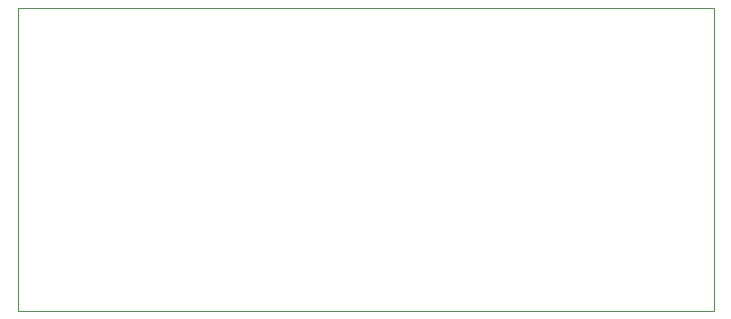
<source format=gm1>
%TF.GenerationSoftware,KiCad,Pcbnew,9.0.3*%
%TF.CreationDate,2025-09-07T06:19:25+02:00*%
%TF.ProjectId,LoTiBloxy,4c6f5469-426c-46f7-9879-2e6b69636164,rev?*%
%TF.SameCoordinates,Original*%
%TF.FileFunction,Profile,NP*%
%FSLAX46Y46*%
G04 Gerber Fmt 4.6, Leading zero omitted, Abs format (unit mm)*
G04 Created by KiCad (PCBNEW 9.0.3) date 2025-09-07 06:19:25*
%MOMM*%
%LPD*%
G01*
G04 APERTURE LIST*
%TA.AperFunction,Profile*%
%ADD10C,0.050000*%
%TD*%
G04 APERTURE END LIST*
D10*
X79502000Y-82550000D02*
X138430000Y-82550000D01*
X138430000Y-108204000D01*
X79502000Y-108204000D01*
X79502000Y-82550000D01*
M02*

</source>
